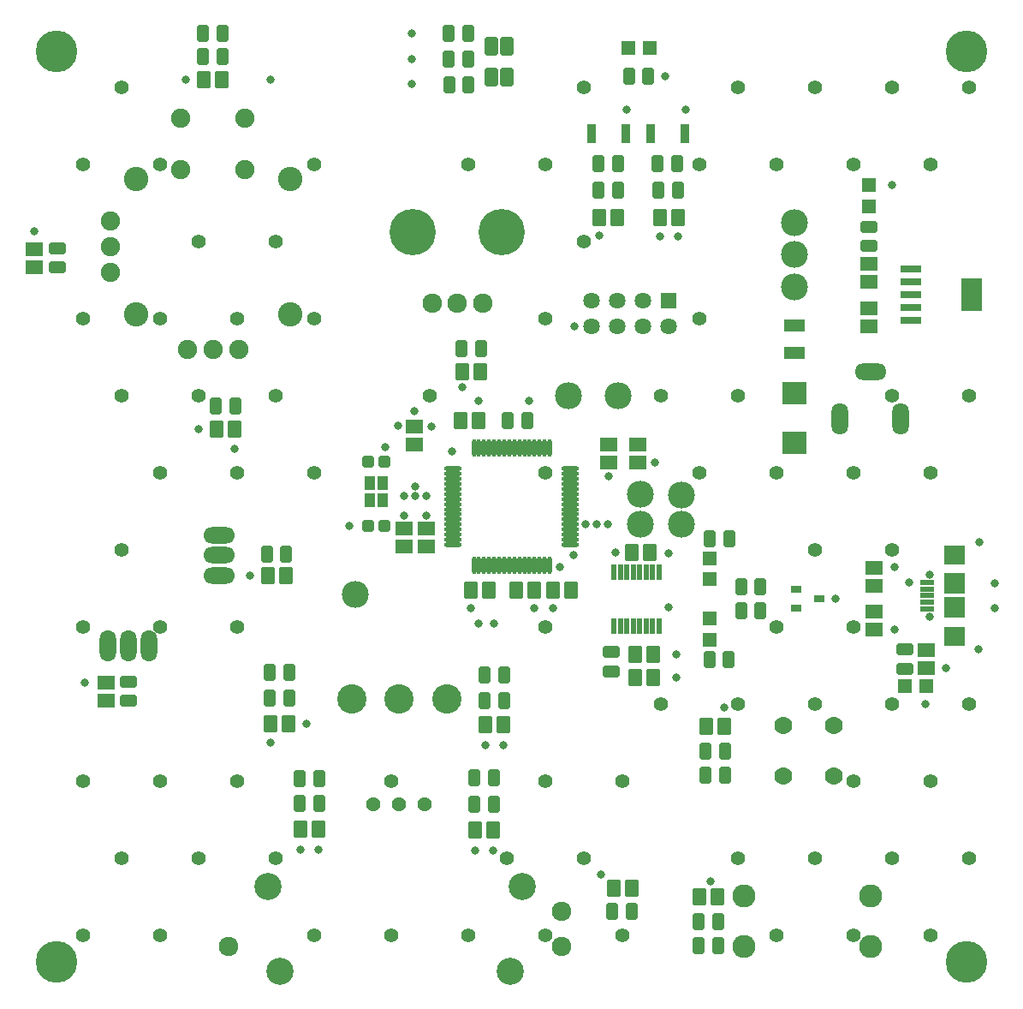
<source format=gts>
G04*
G04 #@! TF.GenerationSoftware,Altium Limited,Altium Designer,20.1.11 (218)*
G04*
G04 Layer_Color=8388736*
%FSAX25Y25*%
%MOIN*%
G70*
G04*
G04 #@! TF.SameCoordinates,92D186D9-550C-4F16-BB26-844B56446FD3*
G04*
G04*
G04 #@! TF.FilePolarity,Negative*
G04*
G01*
G75*
G04:AMPARAMS|DCode=41|XSize=54.21mil|YSize=67.99mil|CornerRadius=7.42mil|HoleSize=0mil|Usage=FLASHONLY|Rotation=270.000|XOffset=0mil|YOffset=0mil|HoleType=Round|Shape=RoundedRectangle|*
%AMROUNDEDRECTD41*
21,1,0.05421,0.05315,0,0,270.0*
21,1,0.03937,0.06799,0,0,270.0*
1,1,0.01484,-0.02657,-0.01968*
1,1,0.01484,-0.02657,0.01968*
1,1,0.01484,0.02657,0.01968*
1,1,0.01484,0.02657,-0.01968*
%
%ADD41ROUNDEDRECTD41*%
G04:AMPARAMS|DCode=42|XSize=54.21mil|YSize=67.99mil|CornerRadius=7.42mil|HoleSize=0mil|Usage=FLASHONLY|Rotation=0.000|XOffset=0mil|YOffset=0mil|HoleType=Round|Shape=RoundedRectangle|*
%AMROUNDEDRECTD42*
21,1,0.05421,0.05315,0,0,0.0*
21,1,0.03937,0.06799,0,0,0.0*
1,1,0.01484,0.01968,-0.02657*
1,1,0.01484,-0.01968,-0.02657*
1,1,0.01484,-0.01968,0.02657*
1,1,0.01484,0.01968,0.02657*
%
%ADD42ROUNDEDRECTD42*%
%ADD43R,0.04437X0.05224*%
%ADD44R,0.08256X0.12941*%
%ADD45R,0.08256X0.02941*%
%ADD46R,0.02000X0.06000*%
%ADD47O,0.01681X0.06799*%
%ADD48O,0.06799X0.01681*%
%ADD49R,0.03650X0.07193*%
G04:AMPARAMS|DCode=50|XSize=46.34mil|YSize=64.06mil|CornerRadius=6.63mil|HoleSize=0mil|Usage=FLASHONLY|Rotation=270.000|XOffset=0mil|YOffset=0mil|HoleType=Round|Shape=RoundedRectangle|*
%AMROUNDEDRECTD50*
21,1,0.04634,0.05079,0,0,270.0*
21,1,0.03307,0.06406,0,0,270.0*
1,1,0.01327,-0.02539,-0.01654*
1,1,0.01327,-0.02539,0.01654*
1,1,0.01327,0.02539,0.01654*
1,1,0.01327,0.02539,-0.01654*
%
%ADD50ROUNDEDRECTD50*%
G04:AMPARAMS|DCode=51|XSize=46.34mil|YSize=64.06mil|CornerRadius=6.63mil|HoleSize=0mil|Usage=FLASHONLY|Rotation=180.000|XOffset=0mil|YOffset=0mil|HoleType=Round|Shape=RoundedRectangle|*
%AMROUNDEDRECTD51*
21,1,0.04634,0.05079,0,0,180.0*
21,1,0.03307,0.06406,0,0,180.0*
1,1,0.01327,-0.01654,0.02539*
1,1,0.01327,0.01654,0.02539*
1,1,0.01327,0.01654,-0.02539*
1,1,0.01327,-0.01654,-0.02539*
%
%ADD51ROUNDEDRECTD51*%
%ADD52R,0.07980X0.07980*%
%ADD53R,0.07980X0.07587*%
%ADD54R,0.05815X0.02075*%
%ADD55R,0.08200X0.04700*%
%ADD56R,0.05224X0.05224*%
%ADD57R,0.09398X0.09004*%
%ADD58R,0.04043X0.02862*%
%ADD59R,0.05224X0.05224*%
G04:AMPARAMS|DCode=60|XSize=50.28mil|YSize=71.93mil|CornerRadius=7.03mil|HoleSize=0mil|Usage=FLASHONLY|Rotation=0.000|XOffset=0mil|YOffset=0mil|HoleType=Round|Shape=RoundedRectangle|*
%AMROUNDEDRECTD60*
21,1,0.05028,0.05787,0,0,0.0*
21,1,0.03622,0.07193,0,0,0.0*
1,1,0.01406,0.01811,-0.02894*
1,1,0.01406,-0.01811,-0.02894*
1,1,0.01406,-0.01811,0.02894*
1,1,0.01406,0.01811,0.02894*
%
%ADD60ROUNDEDRECTD60*%
G04:AMPARAMS|DCode=61|XSize=48.31mil|YSize=44.37mil|CornerRadius=6.44mil|HoleSize=0mil|Usage=FLASHONLY|Rotation=270.000|XOffset=0mil|YOffset=0mil|HoleType=Round|Shape=RoundedRectangle|*
%AMROUNDEDRECTD61*
21,1,0.04831,0.03150,0,0,270.0*
21,1,0.03543,0.04437,0,0,270.0*
1,1,0.01287,-0.01575,-0.01772*
1,1,0.01287,-0.01575,0.01772*
1,1,0.01287,0.01575,0.01772*
1,1,0.01287,0.01575,-0.01772*
%
%ADD61ROUNDEDRECTD61*%
%ADD62C,0.10500*%
%ADD63C,0.10539*%
%ADD64C,0.07587*%
%ADD65C,0.18059*%
%ADD66C,0.06957*%
%ADD67C,0.09000*%
%ADD68C,0.05618*%
%ADD69C,0.11425*%
%ADD70C,0.16248*%
%ADD71R,0.06406X0.06406*%
%ADD72C,0.06406*%
%ADD73O,0.12374X0.06437*%
%ADD74O,0.06437X0.12374*%
%ADD75C,0.03256*%
%ADD76C,0.07500*%
%ADD77C,0.09500*%
%ADD78O,0.12312X0.06406*%
%ADD79O,0.06406X0.12312*%
%ADD80C,0.05500*%
%ADD81C,0.03300*%
D41*
X0358250Y0141047D02*
D03*
Y0134000D02*
D03*
X0336000Y0291547D02*
D03*
Y0284500D02*
D03*
Y0274047D02*
D03*
Y0267000D02*
D03*
X0337796Y0173047D02*
D03*
Y0166000D02*
D03*
Y0148953D02*
D03*
Y0156000D02*
D03*
X0011000Y0289976D02*
D03*
Y0297024D02*
D03*
X0039000Y0121453D02*
D03*
Y0128500D02*
D03*
X0155000Y0181250D02*
D03*
Y0188297D02*
D03*
X0163500Y0181250D02*
D03*
Y0188297D02*
D03*
X0246000Y0221024D02*
D03*
Y0213976D02*
D03*
X0159000Y0220976D02*
D03*
Y0228024D02*
D03*
X0234500Y0221024D02*
D03*
Y0213976D02*
D03*
D42*
X0250500Y0179000D02*
D03*
X0243453D02*
D03*
X0244976Y0139500D02*
D03*
X0252024D02*
D03*
X0245000Y0130500D02*
D03*
X0252047D02*
D03*
X0272476Y0111272D02*
D03*
X0279524D02*
D03*
X0243547Y0048500D02*
D03*
X0236500D02*
D03*
X0269976Y0045022D02*
D03*
X0277024D02*
D03*
X0184524Y0249500D02*
D03*
X0177476D02*
D03*
X0089024Y0227000D02*
D03*
X0081976D02*
D03*
X0084024Y0363000D02*
D03*
X0076976D02*
D03*
X0189547Y0071000D02*
D03*
X0182500D02*
D03*
X0114476Y0071500D02*
D03*
X0121524D02*
D03*
X0193524Y0112000D02*
D03*
X0186476D02*
D03*
X0102976Y0112500D02*
D03*
X0110024D02*
D03*
X0109024Y0170000D02*
D03*
X0101976D02*
D03*
X0198453Y0164500D02*
D03*
X0205500D02*
D03*
X0261524Y0309500D02*
D03*
X0254476D02*
D03*
X0238024D02*
D03*
X0230976D02*
D03*
X0176976Y0230500D02*
D03*
X0184024D02*
D03*
X0220024Y0164500D02*
D03*
X0212976D02*
D03*
X0188024D02*
D03*
X0180976D02*
D03*
D43*
X0141500Y0199307D02*
D03*
X0146618D02*
D03*
Y0206000D02*
D03*
X0141500D02*
D03*
D44*
X0375831Y0279500D02*
D03*
D45*
X0352169Y0269500D02*
D03*
Y0274500D02*
D03*
Y0279500D02*
D03*
Y0284500D02*
D03*
Y0289500D02*
D03*
D46*
X0254232Y0171498D02*
D03*
X0251732D02*
D03*
X0249232D02*
D03*
X0246732D02*
D03*
X0244232D02*
D03*
X0241732D02*
D03*
X0239232D02*
D03*
X0236732D02*
D03*
Y0150498D02*
D03*
X0239232D02*
D03*
X0241732D02*
D03*
X0244232D02*
D03*
X0246732D02*
D03*
X0249232D02*
D03*
X0251732D02*
D03*
X0254232D02*
D03*
D47*
X0182087Y0219685D02*
D03*
X0184055D02*
D03*
X0186024D02*
D03*
X0187992D02*
D03*
X0189961D02*
D03*
X0191929D02*
D03*
X0193898D02*
D03*
X0195866D02*
D03*
X0197835D02*
D03*
X0199803D02*
D03*
X0201772D02*
D03*
X0203740D02*
D03*
X0205709D02*
D03*
X0207677D02*
D03*
X0209646D02*
D03*
X0211614D02*
D03*
Y0174016D02*
D03*
X0209646D02*
D03*
X0207677D02*
D03*
X0205709D02*
D03*
X0203740D02*
D03*
X0201772D02*
D03*
X0199803D02*
D03*
X0197835D02*
D03*
X0195866D02*
D03*
X0193898D02*
D03*
X0191929D02*
D03*
X0189961D02*
D03*
X0187992D02*
D03*
X0186024D02*
D03*
X0184055D02*
D03*
X0182087D02*
D03*
D48*
X0219685Y0211614D02*
D03*
Y0209646D02*
D03*
Y0207677D02*
D03*
Y0205709D02*
D03*
Y0203740D02*
D03*
Y0201772D02*
D03*
Y0199803D02*
D03*
Y0197835D02*
D03*
Y0195866D02*
D03*
Y0193898D02*
D03*
Y0191929D02*
D03*
Y0189961D02*
D03*
Y0187992D02*
D03*
Y0186024D02*
D03*
Y0184055D02*
D03*
Y0182087D02*
D03*
X0174016D02*
D03*
Y0184055D02*
D03*
Y0186024D02*
D03*
Y0187992D02*
D03*
Y0189961D02*
D03*
Y0191929D02*
D03*
Y0193898D02*
D03*
Y0195866D02*
D03*
Y0197835D02*
D03*
Y0199803D02*
D03*
Y0201772D02*
D03*
Y0203740D02*
D03*
Y0205709D02*
D03*
Y0207677D02*
D03*
Y0209646D02*
D03*
Y0211614D02*
D03*
D49*
X0250807Y0342000D02*
D03*
X0264193D02*
D03*
X0227807D02*
D03*
X0241193D02*
D03*
D50*
X0336000Y0305760D02*
D03*
Y0298240D02*
D03*
X0235500Y0140260D02*
D03*
Y0132740D02*
D03*
X0350000Y0133740D02*
D03*
Y0141260D02*
D03*
X0020000Y0297520D02*
D03*
Y0290000D02*
D03*
X0047500Y0128760D02*
D03*
Y0121240D02*
D03*
D51*
X0293624Y0165746D02*
D03*
X0286104D02*
D03*
X0273931Y0184301D02*
D03*
X0281451D02*
D03*
X0273862Y0137246D02*
D03*
X0281382D02*
D03*
X0293624Y0156246D02*
D03*
X0286104D02*
D03*
X0279760Y0101772D02*
D03*
X0272240D02*
D03*
Y0092272D02*
D03*
X0279760D02*
D03*
X0235980Y0039500D02*
D03*
X0243500D02*
D03*
X0277260Y0035522D02*
D03*
X0269740D02*
D03*
X0177240Y0258500D02*
D03*
X0184760D02*
D03*
X0269740Y0026022D02*
D03*
X0277260D02*
D03*
X0182240Y0081000D02*
D03*
X0189760D02*
D03*
X0081740Y0236000D02*
D03*
X0089260D02*
D03*
X0121760Y0081500D02*
D03*
X0114240D02*
D03*
X0189760Y0091500D02*
D03*
X0182240D02*
D03*
X0114240Y0091000D02*
D03*
X0121760D02*
D03*
X0076740Y0372000D02*
D03*
X0084260D02*
D03*
Y0381000D02*
D03*
X0076740D02*
D03*
X0186240Y0121500D02*
D03*
X0193760D02*
D03*
X0110260Y0122500D02*
D03*
X0102740D02*
D03*
X0193760Y0131500D02*
D03*
X0186240D02*
D03*
X0102740Y0132500D02*
D03*
X0110260D02*
D03*
X0101480Y0178500D02*
D03*
X0109000D02*
D03*
X0261260Y0330500D02*
D03*
X0253740D02*
D03*
X0261500Y0320000D02*
D03*
X0253980D02*
D03*
X0230740Y0330500D02*
D03*
X0238260D02*
D03*
X0195240Y0230500D02*
D03*
X0202760D02*
D03*
X0238260Y0320000D02*
D03*
X0230740D02*
D03*
X0179760Y0371000D02*
D03*
X0172240D02*
D03*
X0172480Y0361000D02*
D03*
X0180000D02*
D03*
X0179760Y0381000D02*
D03*
X0172240D02*
D03*
X0250000Y0364500D02*
D03*
X0242480D02*
D03*
D52*
X0369094Y0157549D02*
D03*
Y0166998D02*
D03*
D53*
Y0146526D02*
D03*
Y0178022D02*
D03*
D54*
X0358563Y0157156D02*
D03*
Y0167392D02*
D03*
Y0159715D02*
D03*
Y0162274D02*
D03*
Y0164833D02*
D03*
D55*
X0307000Y0267250D02*
D03*
Y0256750D02*
D03*
D56*
X0336000Y0313732D02*
D03*
Y0322000D02*
D03*
X0273935Y0176880D02*
D03*
Y0168612D02*
D03*
Y0145112D02*
D03*
Y0153380D02*
D03*
D57*
X0307000Y0241146D02*
D03*
Y0221854D02*
D03*
D58*
X0316685Y0160986D02*
D03*
X0307630Y0157246D02*
D03*
Y0164726D02*
D03*
D59*
X0349866Y0127000D02*
D03*
X0358134D02*
D03*
X0250634Y0375500D02*
D03*
X0242366D02*
D03*
D60*
X0194953Y0364094D02*
D03*
X0189047D02*
D03*
Y0375905D02*
D03*
X0194953D02*
D03*
D61*
X0140969Y0214307D02*
D03*
X0147268D02*
D03*
X0147118Y0189307D02*
D03*
X0140819D02*
D03*
D62*
X0262750Y0201500D02*
D03*
Y0190000D02*
D03*
X0135750Y0162750D02*
D03*
X0247000Y0201750D02*
D03*
Y0190000D02*
D03*
X0307000Y0295000D02*
D03*
Y0307500D02*
D03*
Y0282500D02*
D03*
X0219000Y0240000D02*
D03*
X0238250D02*
D03*
D63*
X0101776Y0049071D02*
D03*
X0106500Y0016000D02*
D03*
X0196264D02*
D03*
X0200988Y0049071D02*
D03*
D64*
X0086421Y0025646D02*
D03*
X0216342Y0039425D02*
D03*
Y0025646D02*
D03*
X0185500Y0276000D02*
D03*
X0175657D02*
D03*
X0165815D02*
D03*
D65*
X0192980Y0303559D02*
D03*
X0158335D02*
D03*
D66*
X0322185Y0111772D02*
D03*
Y0092087D02*
D03*
X0302500D02*
D03*
Y0111772D02*
D03*
D67*
X0287394Y0025679D02*
D03*
Y0045365D02*
D03*
X0336606D02*
D03*
Y0025679D02*
D03*
D68*
X0143000Y0081000D02*
D03*
X0153000D02*
D03*
X0163000D02*
D03*
D69*
X0171504Y0122000D02*
D03*
X0153000D02*
D03*
X0134496D02*
D03*
D70*
X0374016Y0019685D02*
D03*
X0019685D02*
D03*
Y0374016D02*
D03*
X0374016D02*
D03*
D71*
X0258000Y0277000D02*
D03*
D72*
X0248000D02*
D03*
X0238000D02*
D03*
X0228000D02*
D03*
X0258000Y0267000D02*
D03*
X0248000D02*
D03*
X0238000D02*
D03*
X0228000D02*
D03*
D73*
X0336500Y0249500D02*
D03*
D74*
X0348311Y0230996D02*
D03*
X0324689D02*
D03*
D75*
X0359449Y0154104D02*
D03*
Y0170443D02*
D03*
D76*
X0068000Y0348000D02*
D03*
X0093000D02*
D03*
X0068000Y0328000D02*
D03*
X0093000D02*
D03*
X0070500Y0258000D02*
D03*
X0080500D02*
D03*
X0090500D02*
D03*
X0040500Y0308000D02*
D03*
Y0298000D02*
D03*
Y0288000D02*
D03*
D77*
X0050500Y0324250D02*
D03*
Y0271750D02*
D03*
X0110500D02*
D03*
Y0324250D02*
D03*
D78*
X0083000Y0178000D02*
D03*
Y0185874D02*
D03*
Y0170126D02*
D03*
D79*
X0047567Y0142567D02*
D03*
X0055441D02*
D03*
X0039693D02*
D03*
D80*
X0375000Y0240000D02*
D03*
X0360000Y0210000D02*
D03*
X0345000Y0240000D02*
D03*
X0330000Y0210000D02*
D03*
X0300000D02*
D03*
X0285000Y0240000D02*
D03*
X0375000Y0360000D02*
D03*
X0360000Y0330000D02*
D03*
X0375000Y0120000D02*
D03*
X0360000Y0090000D02*
D03*
X0375000Y0060000D02*
D03*
X0360000Y0030000D02*
D03*
X0345000Y0360000D02*
D03*
X0330000Y0330000D02*
D03*
X0345000Y0180000D02*
D03*
X0330000Y0150000D02*
D03*
X0345000Y0120000D02*
D03*
X0330000Y0090000D02*
D03*
X0345000Y0060000D02*
D03*
X0330000Y0030000D02*
D03*
X0315000Y0360000D02*
D03*
X0300000Y0330000D02*
D03*
X0315000Y0180000D02*
D03*
X0300000Y0150000D02*
D03*
X0315000Y0120000D02*
D03*
Y0060000D02*
D03*
X0300000Y0030000D02*
D03*
X0285000Y0360000D02*
D03*
X0270000Y0330000D02*
D03*
Y0270000D02*
D03*
Y0210000D02*
D03*
X0285000Y0120000D02*
D03*
Y0060000D02*
D03*
X0255000Y0240000D02*
D03*
Y0120000D02*
D03*
X0240000Y0090000D02*
D03*
Y0030000D02*
D03*
X0225000Y0360000D02*
D03*
X0210000Y0330000D02*
D03*
X0225000Y0300000D02*
D03*
X0210000Y0270000D02*
D03*
Y0210000D02*
D03*
Y0150000D02*
D03*
Y0090000D02*
D03*
X0225000Y0060000D02*
D03*
X0210000Y0030000D02*
D03*
X0180000Y0330000D02*
D03*
X0195000Y0060000D02*
D03*
X0180000Y0030000D02*
D03*
X0165000Y0240000D02*
D03*
X0150000Y0090000D02*
D03*
Y0030000D02*
D03*
X0120000Y0330000D02*
D03*
Y0270000D02*
D03*
Y0210000D02*
D03*
Y0030000D02*
D03*
X0105000Y0300000D02*
D03*
X0090000Y0270000D02*
D03*
X0105000Y0240000D02*
D03*
X0090000Y0210000D02*
D03*
Y0150000D02*
D03*
Y0090000D02*
D03*
X0105000Y0060000D02*
D03*
X0060000Y0330000D02*
D03*
X0075000Y0300000D02*
D03*
X0060000Y0270000D02*
D03*
X0075000Y0240000D02*
D03*
X0060000Y0210000D02*
D03*
Y0150000D02*
D03*
Y0090000D02*
D03*
X0075000Y0060000D02*
D03*
X0060000Y0030000D02*
D03*
X0045000Y0360000D02*
D03*
X0030000Y0330000D02*
D03*
Y0270000D02*
D03*
X0045000Y0240000D02*
D03*
Y0180000D02*
D03*
X0030000Y0150000D02*
D03*
Y0090000D02*
D03*
X0045000Y0060000D02*
D03*
X0030000Y0030000D02*
D03*
D81*
X0258000Y0157625D02*
D03*
Y0178750D02*
D03*
X0231625Y0053750D02*
D03*
X0237250Y0179000D02*
D03*
X0234250Y0190000D02*
D03*
X0229750D02*
D03*
X0225466Y0189998D02*
D03*
X0234500Y0208750D02*
D03*
X0173500Y0218500D02*
D03*
X0177500Y0243250D02*
D03*
X0221250Y0267000D02*
D03*
X0159250Y0204750D02*
D03*
X0163500Y0201000D02*
D03*
X0159250D02*
D03*
X0155000D02*
D03*
X0163500Y0193250D02*
D03*
X0155000D02*
D03*
X0379000Y0183000D02*
D03*
X0378500Y0141500D02*
D03*
X0279527Y0118655D02*
D03*
X0274250Y0051000D02*
D03*
X0117000Y0112500D02*
D03*
X0159000Y0234000D02*
D03*
X0165500Y0228000D02*
D03*
X0152500Y0228262D02*
D03*
X0256500Y0364500D02*
D03*
X0103000Y0363000D02*
D03*
X0221000Y0178000D02*
D03*
X0215500Y0173500D02*
D03*
X0147500Y0220000D02*
D03*
X0203500Y0238000D02*
D03*
X0345000Y0322000D02*
D03*
X0252500Y0214000D02*
D03*
X0345793Y0148997D02*
D03*
X0158000Y0361500D02*
D03*
X0089000Y0219500D02*
D03*
X0184000Y0151500D02*
D03*
X0190000D02*
D03*
X0158000Y0371000D02*
D03*
Y0381000D02*
D03*
X0261500Y0302000D02*
D03*
X0254743D02*
D03*
X0193524Y0104000D02*
D03*
X0103000Y0105000D02*
D03*
X0114500Y0063500D02*
D03*
X0189500Y0063000D02*
D03*
X0121709Y0063497D02*
D03*
X0182497Y0062997D02*
D03*
X0186497Y0103997D02*
D03*
X0030497Y0128497D02*
D03*
X0094997Y0169997D02*
D03*
X0074997Y0226997D02*
D03*
X0070000Y0363000D02*
D03*
X0010997Y0303997D02*
D03*
X0264500Y0351500D02*
D03*
X0241497Y0351497D02*
D03*
X0231000Y0302500D02*
D03*
X0385000Y0157500D02*
D03*
Y0167000D02*
D03*
X0366000Y0134000D02*
D03*
X0358000Y0120000D02*
D03*
X0351500Y0167500D02*
D03*
X0345796Y0173259D02*
D03*
X0322997Y0160997D02*
D03*
X0261000Y0139500D02*
D03*
Y0130500D02*
D03*
X0213000Y0157500D02*
D03*
X0205500D02*
D03*
X0181000D02*
D03*
X0133500Y0189500D02*
D03*
X0184000Y0238000D02*
D03*
M02*

</source>
